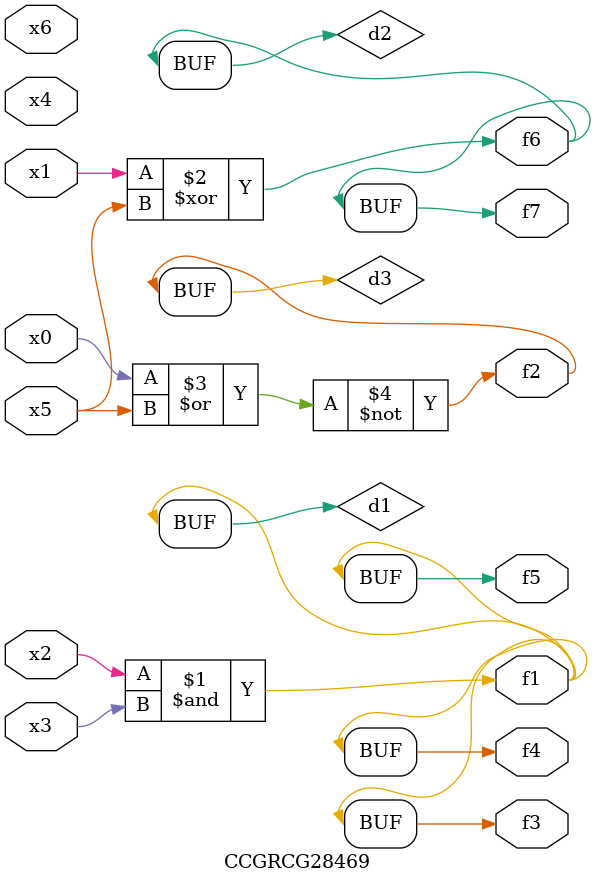
<source format=v>
module CCGRCG28469(
	input x0, x1, x2, x3, x4, x5, x6,
	output f1, f2, f3, f4, f5, f6, f7
);

	wire d1, d2, d3;

	and (d1, x2, x3);
	xor (d2, x1, x5);
	nor (d3, x0, x5);
	assign f1 = d1;
	assign f2 = d3;
	assign f3 = d1;
	assign f4 = d1;
	assign f5 = d1;
	assign f6 = d2;
	assign f7 = d2;
endmodule

</source>
